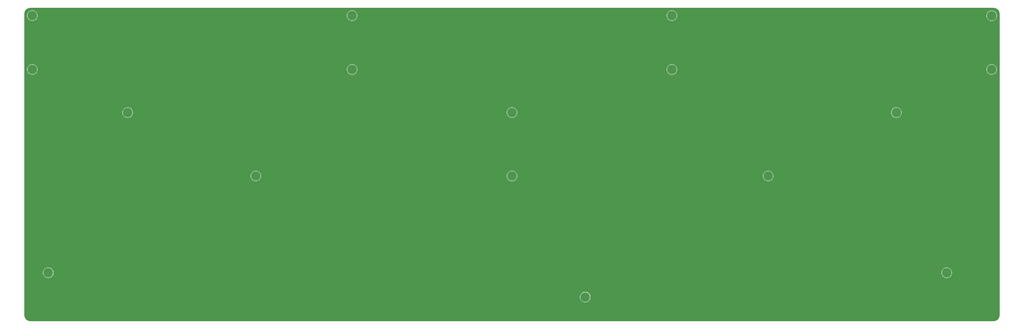
<source format=gbr>
%TF.GenerationSoftware,Altium Limited,Altium Designer,22.1.2 (22)*%
G04 Layer_Physical_Order=2*
G04 Layer_Color=16711680*
%FSLAX45Y45*%
%MOMM*%
%TF.SameCoordinates,F114383E-4EF1-40AE-95FF-7B5D4795C035*%
%TF.FilePolarity,Positive*%
%TF.FileFunction,Copper,L2,Bot,Signal*%
%TF.Part,Single*%
G01*
G75*
%TA.AperFunction,ComponentPad*%
%ADD10C,3.81000*%
G36*
X41746051Y12276124D02*
X41795404Y12258855D01*
X41839673Y12231040D01*
X41876639Y12194071D01*
X41904456Y12149800D01*
X41921729Y12100451D01*
X41927710Y12047352D01*
Y10073647D01*
Y9641847D01*
Y257692D01*
X41921729Y204594D01*
X41904459Y155243D01*
X41876645Y110975D01*
X41839673Y74005D01*
X41795404Y46189D01*
X41746054Y28921D01*
X41692953Y22938D01*
X35496500Y22937D01*
X6223001Y22932D01*
X4103246Y22931D01*
X4050147Y28914D01*
X4000796Y46183D01*
X3956529Y73998D01*
X3919559Y110968D01*
X3891743Y155237D01*
X3874474Y204587D01*
X3868492Y257686D01*
X3868490Y9686291D01*
X3868490Y12047346D01*
X3874472Y12100444D01*
X3891741Y12149795D01*
X3919557Y12194063D01*
X3956527Y12231034D01*
X4000794Y12258849D01*
X4050145Y12276118D01*
X4103244Y12282100D01*
X7162799D01*
X13735049Y12282101D01*
X20764497Y12282103D01*
X29019498Y12282104D01*
X29095697D01*
X41692953Y12282106D01*
X41746051Y12276124D01*
D02*
G37*
%LPC*%
G36*
X29158029Y12179300D02*
X29118002D01*
X29078745Y12171491D01*
X29041766Y12156174D01*
X29008484Y12133936D01*
X28980182Y12105632D01*
X28957944Y12072351D01*
X28942624Y12035371D01*
X28934818Y11996113D01*
Y11956087D01*
X28942624Y11916829D01*
X28957944Y11879849D01*
X28980182Y11846568D01*
X29008484Y11818264D01*
X29041766Y11796026D01*
X29078745Y11780709D01*
X29118002Y11772900D01*
X29158029D01*
X29197287Y11780709D01*
X29234268Y11796026D01*
X29267548Y11818264D01*
X29295853Y11846568D01*
X29318091Y11879849D01*
X29333408Y11916829D01*
X29341217Y11956087D01*
Y11996113D01*
X29333408Y12035371D01*
X29318091Y12072351D01*
X29295853Y12105632D01*
X29267548Y12133936D01*
X29234268Y12156174D01*
X29197287Y12171491D01*
X29158029Y12179300D01*
D02*
G37*
G36*
X16678172D02*
X16638145D01*
X16598888Y12171491D01*
X16561906Y12156174D01*
X16528625Y12133936D01*
X16500322Y12105632D01*
X16478085Y12072351D01*
X16462767Y12035371D01*
X16454958Y11996113D01*
Y11956087D01*
X16462767Y11916829D01*
X16478085Y11879849D01*
X16500322Y11846568D01*
X16528625Y11818264D01*
X16561906Y11796026D01*
X16598888Y11780709D01*
X16638145Y11772900D01*
X16678172D01*
X16717429Y11780709D01*
X16754408Y11796026D01*
X16787691Y11818264D01*
X16815994Y11846568D01*
X16838232Y11879849D01*
X16853549Y11916829D01*
X16861359Y11956087D01*
Y11996113D01*
X16853549Y12035371D01*
X16838232Y12072351D01*
X16815994Y12105632D01*
X16787691Y12133936D01*
X16754408Y12156174D01*
X16717429Y12171491D01*
X16678172Y12179300D01*
D02*
G37*
G36*
X4198313D02*
X4158287D01*
X4119029Y12171491D01*
X4082049Y12156174D01*
X4048768Y12133936D01*
X4020464Y12105632D01*
X3998226Y12072351D01*
X3982909Y12035371D01*
X3975100Y11996113D01*
Y11956087D01*
X3982909Y11916829D01*
X3998226Y11879849D01*
X4020464Y11846568D01*
X4048768Y11818264D01*
X4082049Y11796026D01*
X4119029Y11780709D01*
X4158287Y11772900D01*
X4198313D01*
X4237571Y11780709D01*
X4274551Y11796026D01*
X4307832Y11818264D01*
X4336136Y11846568D01*
X4358374Y11879849D01*
X4373691Y11916829D01*
X4381500Y11956087D01*
Y11996113D01*
X4373691Y12035371D01*
X4358374Y12072351D01*
X4336136Y12105632D01*
X4307832Y12133936D01*
X4274551Y12156174D01*
X4237571Y12171491D01*
X4198313Y12179300D01*
D02*
G37*
G36*
X41637912Y12172950D02*
X41597888D01*
X41558630Y12165141D01*
X41521649Y12149824D01*
X41488367Y12127586D01*
X41460065Y12099282D01*
X41437827Y12066001D01*
X41422510Y12029021D01*
X41414700Y11989763D01*
Y11949737D01*
X41422510Y11910479D01*
X41437827Y11873499D01*
X41460065Y11840218D01*
X41488367Y11811914D01*
X41521649Y11789676D01*
X41558630Y11774359D01*
X41597888Y11766550D01*
X41637912D01*
X41677170Y11774359D01*
X41714151Y11789676D01*
X41747433Y11811914D01*
X41775735Y11840218D01*
X41797974Y11873499D01*
X41813290Y11910479D01*
X41821100Y11949737D01*
Y11989763D01*
X41813290Y12029021D01*
X41797974Y12066001D01*
X41775735Y12099282D01*
X41747433Y12127586D01*
X41714151Y12149824D01*
X41677170Y12165141D01*
X41637912Y12172950D01*
D02*
G37*
G36*
Y10071100D02*
X41597888D01*
X41558630Y10063291D01*
X41521649Y10047974D01*
X41488367Y10025736D01*
X41460065Y9997432D01*
X41437827Y9964151D01*
X41422510Y9927171D01*
X41414700Y9887913D01*
Y9847887D01*
X41422510Y9808629D01*
X41437827Y9771649D01*
X41460065Y9738368D01*
X41488367Y9710064D01*
X41521649Y9687826D01*
X41558630Y9672509D01*
X41597888Y9664700D01*
X41637912D01*
X41677170Y9672509D01*
X41714151Y9687826D01*
X41747433Y9710064D01*
X41775735Y9738368D01*
X41797974Y9771649D01*
X41813290Y9808629D01*
X41821100Y9847887D01*
Y9887913D01*
X41813290Y9927171D01*
X41797974Y9964151D01*
X41775735Y9997432D01*
X41747433Y10025736D01*
X41714151Y10047974D01*
X41677170Y10063291D01*
X41637912Y10071100D01*
D02*
G37*
G36*
X29158014D02*
X29117987D01*
X29078729Y10063291D01*
X29041748Y10047974D01*
X29008469Y10025736D01*
X28980164Y9997432D01*
X28957925Y9964151D01*
X28942609Y9927171D01*
X28934799Y9887913D01*
Y9847887D01*
X28942609Y9808629D01*
X28957925Y9771649D01*
X28980164Y9738368D01*
X29008469Y9710064D01*
X29041748Y9687826D01*
X29078729Y9672509D01*
X29117987Y9664700D01*
X29158014D01*
X29197272Y9672509D01*
X29234250Y9687826D01*
X29267532Y9710064D01*
X29295837Y9738368D01*
X29318073Y9771649D01*
X29333392Y9808629D01*
X29341199Y9847887D01*
Y9887913D01*
X29333392Y9927171D01*
X29318073Y9964151D01*
X29295837Y9997432D01*
X29267532Y10025736D01*
X29234250Y10047974D01*
X29197272Y10063291D01*
X29158014Y10071100D01*
D02*
G37*
G36*
X16678172D02*
X16638145D01*
X16598888Y10063291D01*
X16561906Y10047974D01*
X16528625Y10025736D01*
X16500322Y9997432D01*
X16478085Y9964151D01*
X16462767Y9927171D01*
X16454958Y9887913D01*
Y9847887D01*
X16462767Y9808629D01*
X16478085Y9771649D01*
X16500322Y9738368D01*
X16528625Y9710064D01*
X16561906Y9687826D01*
X16598888Y9672509D01*
X16638145Y9664700D01*
X16678172D01*
X16717429Y9672509D01*
X16754408Y9687826D01*
X16787691Y9710064D01*
X16815994Y9738368D01*
X16838232Y9771649D01*
X16853549Y9808629D01*
X16861359Y9847887D01*
Y9887913D01*
X16853549Y9927171D01*
X16838232Y9964151D01*
X16815994Y9997432D01*
X16787691Y10025736D01*
X16754408Y10047974D01*
X16717429Y10063291D01*
X16678172Y10071100D01*
D02*
G37*
G36*
X4198313D02*
X4158287D01*
X4119029Y10063291D01*
X4082049Y10047974D01*
X4048768Y10025736D01*
X4020464Y9997432D01*
X3998226Y9964151D01*
X3982909Y9927171D01*
X3975100Y9887913D01*
Y9847887D01*
X3982909Y9808629D01*
X3998226Y9771649D01*
X4020464Y9738368D01*
X4048768Y9710064D01*
X4082049Y9687826D01*
X4119029Y9672509D01*
X4158287Y9664700D01*
X4198313D01*
X4237571Y9672509D01*
X4274551Y9687826D01*
X4307832Y9710064D01*
X4336136Y9738368D01*
X4358374Y9771649D01*
X4373691Y9808629D01*
X4381500Y9847887D01*
Y9887913D01*
X4373691Y9927171D01*
X4358374Y9964151D01*
X4336136Y9997432D01*
X4307832Y10025736D01*
X4274551Y10047974D01*
X4237571Y10063291D01*
X4198313Y10071100D01*
D02*
G37*
G36*
X37918112Y8385900D02*
X37878088D01*
X37838828Y8378091D01*
X37801849Y8362773D01*
X37768567Y8340536D01*
X37740265Y8312232D01*
X37718027Y8278951D01*
X37702710Y8241971D01*
X37694901Y8202713D01*
Y8162686D01*
X37702710Y8123429D01*
X37718027Y8086449D01*
X37740265Y8053168D01*
X37768567Y8024864D01*
X37801849Y8002626D01*
X37838828Y7987309D01*
X37878088Y7979500D01*
X37918112D01*
X37957370Y7987309D01*
X37994351Y8002626D01*
X38027631Y8024864D01*
X38055936Y8053168D01*
X38078174Y8086449D01*
X38093491Y8123429D01*
X38101300Y8162686D01*
Y8202713D01*
X38093491Y8241971D01*
X38078174Y8278951D01*
X38055936Y8312232D01*
X38027631Y8340536D01*
X37994351Y8362773D01*
X37957370Y8378091D01*
X37918112Y8385900D01*
D02*
G37*
G36*
X22918114D02*
X22878087D01*
X22838829Y8378091D01*
X22801849Y8362773D01*
X22768568Y8340536D01*
X22740263Y8312232D01*
X22718027Y8278951D01*
X22702708Y8241971D01*
X22694901Y8202713D01*
Y8162686D01*
X22702708Y8123429D01*
X22718027Y8086449D01*
X22740263Y8053168D01*
X22768568Y8024864D01*
X22801849Y8002626D01*
X22838829Y7987309D01*
X22878087Y7979500D01*
X22918114D01*
X22957372Y7987309D01*
X22994351Y8002626D01*
X23027632Y8024864D01*
X23055936Y8053168D01*
X23078174Y8086449D01*
X23093491Y8123429D01*
X23101300Y8162686D01*
Y8202713D01*
X23093491Y8241971D01*
X23078174Y8278951D01*
X23055936Y8312232D01*
X23027632Y8340536D01*
X22994351Y8362773D01*
X22957372Y8378091D01*
X22918114Y8385900D01*
D02*
G37*
G36*
X7918113D02*
X7878087D01*
X7838829Y8378091D01*
X7801849Y8362773D01*
X7768568Y8340536D01*
X7740264Y8312232D01*
X7718026Y8278951D01*
X7702709Y8241971D01*
X7694900Y8202713D01*
Y8162686D01*
X7702709Y8123429D01*
X7718026Y8086449D01*
X7740264Y8053168D01*
X7768568Y8024864D01*
X7801849Y8002626D01*
X7838829Y7987309D01*
X7878087Y7979500D01*
X7918113D01*
X7957371Y7987309D01*
X7994351Y8002626D01*
X8027632Y8024864D01*
X8055936Y8053168D01*
X8078174Y8086449D01*
X8093491Y8123429D01*
X8101300Y8162686D01*
Y8202713D01*
X8093491Y8241971D01*
X8078174Y8278951D01*
X8055936Y8312232D01*
X8027632Y8340536D01*
X7994351Y8362773D01*
X7957371Y8378091D01*
X7918113Y8385900D01*
D02*
G37*
G36*
X32918112Y5905500D02*
X32878088D01*
X32838828Y5897691D01*
X32801849Y5882374D01*
X32768567Y5860136D01*
X32740265Y5831832D01*
X32718027Y5798551D01*
X32702710Y5761571D01*
X32694901Y5722313D01*
Y5682287D01*
X32702710Y5643029D01*
X32718027Y5606049D01*
X32740265Y5572768D01*
X32768567Y5544464D01*
X32801849Y5522226D01*
X32838828Y5506909D01*
X32878088Y5499100D01*
X32918112D01*
X32957370Y5506909D01*
X32994351Y5522226D01*
X33027631Y5544464D01*
X33055936Y5572768D01*
X33078174Y5606049D01*
X33093491Y5643029D01*
X33101300Y5682287D01*
Y5722313D01*
X33093491Y5761571D01*
X33078174Y5798551D01*
X33055936Y5831832D01*
X33027631Y5860136D01*
X32994351Y5882374D01*
X32957370Y5897691D01*
X32918112Y5905500D01*
D02*
G37*
G36*
X22918114D02*
X22878087D01*
X22838829Y5897691D01*
X22801849Y5882374D01*
X22768568Y5860136D01*
X22740263Y5831832D01*
X22718027Y5798551D01*
X22702708Y5761571D01*
X22694901Y5722313D01*
Y5682287D01*
X22702708Y5643029D01*
X22718027Y5606049D01*
X22740263Y5572768D01*
X22768568Y5544464D01*
X22801849Y5522226D01*
X22838829Y5506909D01*
X22878087Y5499100D01*
X22918114D01*
X22957372Y5506909D01*
X22994351Y5522226D01*
X23027632Y5544464D01*
X23055936Y5572768D01*
X23078174Y5606049D01*
X23093491Y5643029D01*
X23101300Y5682287D01*
Y5722313D01*
X23093491Y5761571D01*
X23078174Y5798551D01*
X23055936Y5831832D01*
X23027632Y5860136D01*
X22994351Y5882374D01*
X22957372Y5897691D01*
X22918114Y5905500D01*
D02*
G37*
G36*
X12918114D02*
X12878087D01*
X12838829Y5897691D01*
X12801849Y5882374D01*
X12768568Y5860136D01*
X12740264Y5831832D01*
X12718026Y5798551D01*
X12702709Y5761571D01*
X12694900Y5722313D01*
Y5682287D01*
X12702709Y5643029D01*
X12718026Y5606049D01*
X12740264Y5572768D01*
X12768568Y5544464D01*
X12801849Y5522226D01*
X12838829Y5506909D01*
X12878087Y5499100D01*
X12918114D01*
X12957372Y5506909D01*
X12994351Y5522226D01*
X13027632Y5544464D01*
X13055936Y5572768D01*
X13078172Y5606049D01*
X13093491Y5643029D01*
X13101300Y5682287D01*
Y5722313D01*
X13093491Y5761571D01*
X13078172Y5798551D01*
X13055936Y5831832D01*
X13027632Y5860136D01*
X12994351Y5882374D01*
X12957372Y5897691D01*
X12918114Y5905500D01*
D02*
G37*
G36*
X39885312Y2120900D02*
X39845288D01*
X39806030Y2113091D01*
X39769049Y2097774D01*
X39735767Y2075536D01*
X39707465Y2047232D01*
X39685226Y2013951D01*
X39669910Y1976971D01*
X39662100Y1937713D01*
Y1897687D01*
X39669910Y1858429D01*
X39685226Y1821449D01*
X39707465Y1788168D01*
X39735767Y1759864D01*
X39769049Y1737626D01*
X39806030Y1722309D01*
X39845288Y1714500D01*
X39885312D01*
X39924570Y1722309D01*
X39961551Y1737626D01*
X39994833Y1759864D01*
X40023135Y1788168D01*
X40045374Y1821449D01*
X40060690Y1858429D01*
X40068500Y1897687D01*
Y1937713D01*
X40060690Y1976971D01*
X40045374Y2013951D01*
X40023135Y2047232D01*
X39994833Y2075536D01*
X39961551Y2097774D01*
X39924570Y2113091D01*
X39885312Y2120900D01*
D02*
G37*
G36*
X4820613D02*
X4780587D01*
X4741329Y2113091D01*
X4704349Y2097774D01*
X4671068Y2075536D01*
X4642764Y2047232D01*
X4620526Y2013951D01*
X4605209Y1976971D01*
X4597400Y1937713D01*
Y1897687D01*
X4605209Y1858429D01*
X4620526Y1821449D01*
X4642764Y1788168D01*
X4671068Y1759864D01*
X4704349Y1737626D01*
X4741329Y1722309D01*
X4780587Y1714500D01*
X4820613D01*
X4859871Y1722309D01*
X4896851Y1737626D01*
X4930132Y1759864D01*
X4958436Y1788168D01*
X4980674Y1821449D01*
X4995991Y1858429D01*
X5003800Y1897687D01*
Y1937713D01*
X4995991Y1976971D01*
X4980674Y2013951D01*
X4958436Y2047232D01*
X4930132Y2075536D01*
X4896851Y2097774D01*
X4859871Y2113091D01*
X4820613Y2120900D01*
D02*
G37*
G36*
X25775613Y1168400D02*
X25735587D01*
X25696329Y1160591D01*
X25659348Y1145274D01*
X25626068Y1123036D01*
X25597765Y1094732D01*
X25575526Y1061451D01*
X25560210Y1024471D01*
X25552400Y985213D01*
Y945187D01*
X25560210Y905929D01*
X25575526Y868949D01*
X25597765Y835668D01*
X25626068Y807364D01*
X25659348Y785126D01*
X25696329Y769809D01*
X25735587Y762000D01*
X25775613D01*
X25814871Y769809D01*
X25851852Y785126D01*
X25885132Y807364D01*
X25913437Y835668D01*
X25935675Y868949D01*
X25950992Y905929D01*
X25958801Y945187D01*
Y985213D01*
X25950992Y1024471D01*
X25935675Y1061451D01*
X25913437Y1094732D01*
X25885132Y1123036D01*
X25851852Y1145274D01*
X25814871Y1160591D01*
X25775613Y1168400D01*
D02*
G37*
%LPD*%
D10*
X22898100Y5702300D02*
D03*
X12898100D02*
D03*
X32898099D02*
D03*
X37898099Y8182700D02*
D03*
X22898100D02*
D03*
X7898100D02*
D03*
X4178300Y9867900D02*
D03*
Y11976100D02*
D03*
X41617899Y9867900D02*
D03*
X29138000D02*
D03*
X16658157Y11976100D02*
D03*
Y9867900D02*
D03*
X4800600Y1917700D02*
D03*
X25755600Y965200D02*
D03*
X39865302Y1917700D02*
D03*
X29138016Y11976100D02*
D03*
X41617899Y11969750D02*
D03*
%TF.MD5,311334a310363e47f12b30dabe85abc8*%
M02*

</source>
